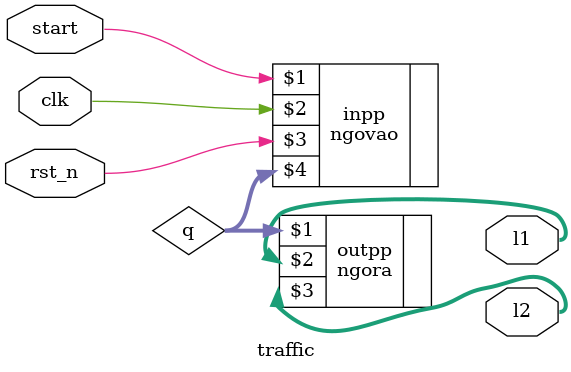
<source format=v>
module traffic(clk,rst_n,start,l1,l2);
input clk,rst_n,start;
output [1:0] l1,l2;
wire [2:0] q;

ngovao inpp(start,clk,rst_n,q);
ngora outpp(q,l1,l2);

endmodule

</source>
